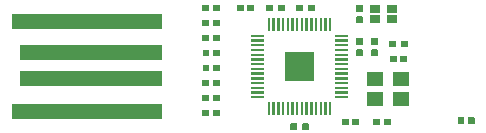
<source format=gtp>
G04 Layer: TopPasteMaskLayer*
G04 EasyEDA v6.5.46, 2025-02-01 21:24:59*
G04 3faa27f7c1044bbbb46ecef337df57e6,286660f9466f4c8aba87c6f7285b94de,10*
G04 Gerber Generator version 0.2*
G04 Scale: 100 percent, Rotated: No, Reflected: No *
G04 Dimensions in millimeters *
G04 leading zeros omitted , absolute positions ,4 integer and 5 decimal *
%FSLAX45Y45*%
%MOMM*%

%AMMACRO1*4,1,4,-6.35,-0.635,-6.35,0.635,6.35,0.635,6.35,-0.635,-6.35,-0.635,0*%
%AMMACRO2*4,1,4,-6.0325,-0.635,-6.0325,0.635,6.0325,0.635,6.0325,-0.635,-6.0325,-0.635,0*%
%AMMACRO3*21,1,$1,$2,0,0,$3*%
%ADD10MACRO1*%
%ADD11MACRO2*%
%ADD12MACRO3,0.8X0.65X0.0000*%
%ADD13MACRO3,1.2X1.4X90.0000*%
%ADD14R,1.4000X1.2000*%
%ADD15MACRO3,1.2X1.4X-90.0000*%
%ADD16C,0.0185*%

%LPD*%
G36*
X1456436Y-341274D02*
G01*
X1452422Y-345287D01*
X1452422Y-391312D01*
X1456436Y-395325D01*
X1506474Y-395325D01*
X1510487Y-391312D01*
X1510487Y-345287D01*
X1506474Y-341274D01*
G37*
G36*
X1541526Y-341274D02*
G01*
X1537512Y-345287D01*
X1537512Y-391312D01*
X1541526Y-395325D01*
X1591564Y-395325D01*
X1595577Y-391312D01*
X1595577Y-345287D01*
X1591564Y-341274D01*
G37*
G36*
X1577695Y344678D02*
G01*
X1572717Y339699D01*
X1572717Y291693D01*
X1577695Y284683D01*
X1622704Y284683D01*
X1627682Y291693D01*
X1627682Y339699D01*
X1622704Y344678D01*
G37*
G36*
X1577695Y248716D02*
G01*
X1572717Y241706D01*
X1572717Y193700D01*
X1577695Y188722D01*
X1622704Y188722D01*
X1627682Y193700D01*
X1627682Y241706D01*
X1622704Y248716D01*
G37*
G36*
X1577695Y624078D02*
G01*
X1572717Y619099D01*
X1572717Y571093D01*
X1577695Y564083D01*
X1622704Y564083D01*
X1627682Y571093D01*
X1627682Y619099D01*
X1622704Y624078D01*
G37*
G36*
X1577695Y528116D02*
G01*
X1572717Y521106D01*
X1572717Y473100D01*
X1577695Y468122D01*
X1622704Y468122D01*
X1627682Y473100D01*
X1627682Y521106D01*
X1622704Y528116D01*
G37*
G36*
X269900Y-137617D02*
G01*
X264922Y-142595D01*
X264922Y-187604D01*
X269900Y-192582D01*
X317906Y-192582D01*
X324916Y-187604D01*
X324916Y-142595D01*
X317906Y-137617D01*
G37*
G36*
X367893Y-137617D02*
G01*
X360883Y-142595D01*
X360883Y-187604D01*
X367893Y-192582D01*
X415899Y-192582D01*
X420878Y-187604D01*
X420878Y-142595D01*
X415899Y-137617D01*
G37*
G36*
X269900Y-10617D02*
G01*
X264922Y-15595D01*
X264922Y-60604D01*
X269900Y-65582D01*
X317906Y-65582D01*
X324916Y-60604D01*
X324916Y-15595D01*
X317906Y-10617D01*
G37*
G36*
X367893Y-10617D02*
G01*
X360883Y-15595D01*
X360883Y-60604D01*
X367893Y-65582D01*
X415899Y-65582D01*
X420878Y-60604D01*
X420878Y-15595D01*
X415899Y-10617D01*
G37*
G36*
X1070000Y624382D02*
G01*
X1065022Y619404D01*
X1065022Y574395D01*
X1070000Y569417D01*
X1118006Y569417D01*
X1125016Y574395D01*
X1125016Y619404D01*
X1118006Y624382D01*
G37*
G36*
X1167993Y624382D02*
G01*
X1160983Y619404D01*
X1160983Y574395D01*
X1167993Y569417D01*
X1215999Y569417D01*
X1220978Y574395D01*
X1220978Y619404D01*
X1215999Y624382D01*
G37*
G36*
X913993Y624382D02*
G01*
X906983Y619404D01*
X906983Y574395D01*
X913993Y569417D01*
X961999Y569417D01*
X966978Y574395D01*
X966978Y619404D01*
X961999Y624382D01*
G37*
G36*
X816000Y624382D02*
G01*
X811022Y619404D01*
X811022Y574395D01*
X816000Y569417D01*
X864006Y569417D01*
X871016Y574395D01*
X871016Y619404D01*
X864006Y624382D01*
G37*
G36*
X1019200Y-378917D02*
G01*
X1014221Y-383895D01*
X1014221Y-428904D01*
X1019200Y-433882D01*
X1067206Y-433882D01*
X1074216Y-428904D01*
X1074216Y-383895D01*
X1067206Y-378917D01*
G37*
G36*
X1117193Y-378917D02*
G01*
X1110183Y-383895D01*
X1110183Y-428904D01*
X1117193Y-433882D01*
X1165199Y-433882D01*
X1170178Y-428904D01*
X1170178Y-383895D01*
X1165199Y-378917D01*
G37*
G36*
X269900Y370382D02*
G01*
X264922Y365404D01*
X264922Y320395D01*
X269900Y315417D01*
X317906Y315417D01*
X324916Y320395D01*
X324916Y365404D01*
X317906Y370382D01*
G37*
G36*
X367893Y370382D02*
G01*
X360883Y365404D01*
X360883Y320395D01*
X367893Y315417D01*
X415899Y315417D01*
X420878Y320395D01*
X420878Y365404D01*
X415899Y370382D01*
G37*
G36*
X269900Y497382D02*
G01*
X264922Y492404D01*
X264922Y447395D01*
X269900Y442417D01*
X317906Y442417D01*
X324916Y447395D01*
X324916Y492404D01*
X317906Y497382D01*
G37*
G36*
X367893Y497382D02*
G01*
X360883Y492404D01*
X360883Y447395D01*
X367893Y442417D01*
X415899Y442417D01*
X420878Y447395D01*
X420878Y492404D01*
X415899Y497382D01*
G37*
G36*
X269900Y-264617D02*
G01*
X264922Y-269595D01*
X264922Y-314604D01*
X269900Y-319582D01*
X317906Y-319582D01*
X324916Y-314604D01*
X324916Y-269595D01*
X317906Y-264617D01*
G37*
G36*
X367893Y-264617D02*
G01*
X360883Y-269595D01*
X360883Y-314604D01*
X367893Y-319582D01*
X415899Y-319582D01*
X420878Y-314604D01*
X420878Y-269595D01*
X415899Y-264617D01*
G37*
G36*
X1704695Y248716D02*
G01*
X1699717Y241706D01*
X1699717Y193700D01*
X1704695Y188722D01*
X1749704Y188722D01*
X1754682Y193700D01*
X1754682Y241706D01*
X1749704Y248716D01*
G37*
G36*
X1704695Y344678D02*
G01*
X1699717Y339699D01*
X1699717Y291693D01*
X1704695Y284683D01*
X1749704Y284683D01*
X1754682Y291693D01*
X1754682Y339699D01*
X1749704Y344678D01*
G37*
G36*
X367893Y624382D02*
G01*
X360883Y619404D01*
X360883Y574395D01*
X367893Y569417D01*
X415899Y569417D01*
X420878Y574395D01*
X420878Y619404D01*
X415899Y624382D01*
G37*
G36*
X269900Y624382D02*
G01*
X264922Y619404D01*
X264922Y574395D01*
X269900Y569417D01*
X317906Y569417D01*
X324916Y574395D01*
X324916Y619404D01*
X317906Y624382D01*
G37*
G36*
X1815693Y-340817D02*
G01*
X1808683Y-345795D01*
X1808683Y-390804D01*
X1815693Y-395782D01*
X1863699Y-395782D01*
X1868678Y-390804D01*
X1868678Y-345795D01*
X1863699Y-340817D01*
G37*
G36*
X1717700Y-340817D02*
G01*
X1712722Y-345795D01*
X1712722Y-390804D01*
X1717700Y-395782D01*
X1765706Y-395782D01*
X1772716Y-390804D01*
X1772716Y-345795D01*
X1765706Y-340817D01*
G37*
G36*
X1857400Y319582D02*
G01*
X1852422Y314604D01*
X1852422Y269595D01*
X1857400Y264617D01*
X1905406Y264617D01*
X1912416Y269595D01*
X1912416Y314604D01*
X1905406Y319582D01*
G37*
G36*
X1955393Y319582D02*
G01*
X1948383Y314604D01*
X1948383Y269595D01*
X1955393Y264617D01*
X2003399Y264617D01*
X2008378Y269595D01*
X2008378Y314604D01*
X2003399Y319582D01*
G37*
G36*
X652526Y623925D02*
G01*
X648512Y619912D01*
X648512Y573887D01*
X652526Y569874D01*
X702564Y569874D01*
X706577Y573887D01*
X706577Y619912D01*
X702564Y623925D01*
G37*
G36*
X567436Y623925D02*
G01*
X563422Y619912D01*
X563422Y573887D01*
X567436Y569874D01*
X617474Y569874D01*
X621487Y573887D01*
X621487Y619912D01*
X617474Y623925D01*
G37*
G36*
X275336Y242925D02*
G01*
X271322Y238912D01*
X271322Y192887D01*
X275336Y188874D01*
X325374Y188874D01*
X329387Y192887D01*
X329387Y238912D01*
X325374Y242925D01*
G37*
G36*
X360426Y242925D02*
G01*
X356412Y238912D01*
X356412Y192887D01*
X360426Y188874D01*
X410464Y188874D01*
X414477Y192887D01*
X414477Y238912D01*
X410464Y242925D01*
G37*
G36*
X275336Y115925D02*
G01*
X271322Y111912D01*
X271322Y65887D01*
X275336Y61874D01*
X325374Y61874D01*
X329387Y65887D01*
X329387Y111912D01*
X325374Y115925D01*
G37*
G36*
X360426Y115925D02*
G01*
X356412Y111912D01*
X356412Y65887D01*
X360426Y61874D01*
X410464Y61874D01*
X414477Y65887D01*
X414477Y111912D01*
X410464Y115925D01*
G37*
G36*
X1862836Y192125D02*
G01*
X1858822Y188112D01*
X1858822Y142087D01*
X1862836Y138074D01*
X1912874Y138074D01*
X1916887Y142087D01*
X1916887Y188112D01*
X1912874Y192125D01*
G37*
G36*
X1947925Y192125D02*
G01*
X1943912Y188112D01*
X1943912Y142087D01*
X1947925Y138074D01*
X1997964Y138074D01*
X2001977Y142087D01*
X2001977Y188112D01*
X1997964Y192125D01*
G37*
G36*
X682193Y91592D02*
G01*
X682193Y71577D01*
X792226Y71577D01*
X792226Y91592D01*
G37*
G36*
X682193Y371602D02*
G01*
X682193Y351586D01*
X792226Y351586D01*
X792226Y371602D01*
G37*
G36*
X682193Y51612D02*
G01*
X682193Y31597D01*
X792226Y31597D01*
X792226Y51612D01*
G37*
G36*
X682193Y-148386D02*
G01*
X682193Y-168402D01*
X792226Y-168402D01*
X792226Y-148386D01*
G37*
G36*
X682193Y131572D02*
G01*
X682193Y111607D01*
X792226Y111607D01*
X792226Y131572D01*
G37*
G36*
X682193Y11582D02*
G01*
X682193Y-8382D01*
X792226Y-8382D01*
X792226Y11582D01*
G37*
G36*
X682193Y-108407D02*
G01*
X682193Y-128422D01*
X792226Y-128422D01*
X792226Y-108407D01*
G37*
G36*
X682193Y171602D02*
G01*
X682193Y151587D01*
X792226Y151587D01*
X792226Y171602D01*
G37*
G36*
X682193Y331571D02*
G01*
X682193Y311607D01*
X792226Y311607D01*
X792226Y331571D01*
G37*
G36*
X682193Y-68427D02*
G01*
X682193Y-88392D01*
X792226Y-88392D01*
X792226Y-68427D01*
G37*
G36*
X682193Y211582D02*
G01*
X682193Y191617D01*
X792226Y191617D01*
X792226Y211582D01*
G37*
G36*
X682193Y-28397D02*
G01*
X682193Y-48412D01*
X792226Y-48412D01*
X792226Y-28397D01*
G37*
G36*
X682193Y251612D02*
G01*
X682193Y231597D01*
X792226Y231597D01*
X792226Y251612D01*
G37*
G36*
X682193Y291592D02*
G01*
X682193Y271576D01*
X792226Y271576D01*
X792226Y291592D01*
G37*
G36*
X822198Y511606D02*
G01*
X822198Y401624D01*
X842213Y401624D01*
X842213Y511606D01*
G37*
G36*
X822198Y-198424D02*
G01*
X822198Y-308406D01*
X842213Y-308406D01*
X842213Y-198424D01*
G37*
G36*
X862177Y511606D02*
G01*
X862177Y401624D01*
X882192Y401624D01*
X882192Y511606D01*
G37*
G36*
X862177Y-198424D02*
G01*
X862177Y-308406D01*
X882192Y-308406D01*
X882192Y-198424D01*
G37*
G36*
X902208Y511606D02*
G01*
X902208Y401624D01*
X922223Y401624D01*
X922223Y511606D01*
G37*
G36*
X902208Y-198424D02*
G01*
X902208Y-308406D01*
X922223Y-308406D01*
X922223Y-198424D01*
G37*
G36*
X942187Y511606D02*
G01*
X942187Y401624D01*
X962202Y401624D01*
X962202Y511606D01*
G37*
G36*
X942187Y-198424D02*
G01*
X942187Y-308406D01*
X962202Y-308406D01*
X962202Y-198424D01*
G37*
G36*
X982167Y511606D02*
G01*
X982167Y401624D01*
X1002182Y401624D01*
X1002182Y511606D01*
G37*
G36*
X982167Y-198424D02*
G01*
X982167Y-308406D01*
X1002182Y-308406D01*
X1002182Y-198424D01*
G37*
G36*
X1022197Y511606D02*
G01*
X1022197Y401624D01*
X1042212Y401624D01*
X1042212Y511606D01*
G37*
G36*
X1022197Y-198424D02*
G01*
X1022197Y-308406D01*
X1042212Y-308406D01*
X1042212Y-198424D01*
G37*
G36*
X1062177Y511606D02*
G01*
X1062177Y401624D01*
X1082192Y401624D01*
X1082192Y511606D01*
G37*
G36*
X1062177Y-198424D02*
G01*
X1062177Y-308406D01*
X1082192Y-308406D01*
X1082192Y-198424D01*
G37*
G36*
X1102207Y511606D02*
G01*
X1102207Y401624D01*
X1122222Y401624D01*
X1122222Y511606D01*
G37*
G36*
X1102207Y-198424D02*
G01*
X1102207Y-308406D01*
X1122222Y-308406D01*
X1122222Y-198424D01*
G37*
G36*
X1142187Y511606D02*
G01*
X1142187Y401624D01*
X1162202Y401624D01*
X1162202Y511606D01*
G37*
G36*
X1142187Y-198424D02*
G01*
X1142187Y-308406D01*
X1162202Y-308406D01*
X1162202Y-198424D01*
G37*
G36*
X1182166Y511606D02*
G01*
X1182166Y401624D01*
X1202182Y401624D01*
X1202182Y511606D01*
G37*
G36*
X1182166Y-198424D02*
G01*
X1182166Y-308406D01*
X1202182Y-308406D01*
X1202182Y-198424D01*
G37*
G36*
X1222197Y511606D02*
G01*
X1222197Y401624D01*
X1242212Y401624D01*
X1242212Y511606D01*
G37*
G36*
X1222197Y-198424D02*
G01*
X1222197Y-308406D01*
X1242212Y-308406D01*
X1242212Y-198424D01*
G37*
G36*
X1262176Y511606D02*
G01*
X1262176Y401624D01*
X1282192Y401624D01*
X1282192Y511606D01*
G37*
G36*
X1262176Y-198424D02*
G01*
X1262176Y-308406D01*
X1282192Y-308406D01*
X1282192Y-198424D01*
G37*
G36*
X1302207Y511606D02*
G01*
X1302207Y401624D01*
X1322222Y401624D01*
X1322222Y511606D01*
G37*
G36*
X1302207Y-198424D02*
G01*
X1302207Y-308406D01*
X1322222Y-308406D01*
X1322222Y-198424D01*
G37*
G36*
X1342186Y511606D02*
G01*
X1342186Y401624D01*
X1362202Y401624D01*
X1362202Y511606D01*
G37*
G36*
X1342186Y-198424D02*
G01*
X1342186Y-308406D01*
X1362202Y-308406D01*
X1362202Y-198424D01*
G37*
G36*
X1392174Y371602D02*
G01*
X1392174Y351586D01*
X1502206Y351586D01*
X1502206Y371602D01*
G37*
G36*
X1392174Y131572D02*
G01*
X1392174Y111607D01*
X1502206Y111607D01*
X1502206Y131572D01*
G37*
G36*
X1392174Y-148386D02*
G01*
X1392174Y-168402D01*
X1502206Y-168402D01*
X1502206Y-148386D01*
G37*
G36*
X1392174Y91592D02*
G01*
X1392174Y71577D01*
X1502206Y71577D01*
X1502206Y91592D01*
G37*
G36*
X1392174Y331571D02*
G01*
X1392174Y311607D01*
X1502206Y311607D01*
X1502206Y331571D01*
G37*
G36*
X1392174Y51612D02*
G01*
X1392174Y31597D01*
X1502206Y31597D01*
X1502206Y51612D01*
G37*
G36*
X1392174Y291592D02*
G01*
X1392174Y271576D01*
X1502206Y271576D01*
X1502206Y291592D01*
G37*
G36*
X1392174Y11582D02*
G01*
X1392174Y-8382D01*
X1502206Y-8382D01*
X1502206Y11582D01*
G37*
G36*
X1392174Y171602D02*
G01*
X1392174Y151587D01*
X1502206Y151587D01*
X1502206Y171602D01*
G37*
G36*
X1392174Y251612D02*
G01*
X1392174Y231597D01*
X1502206Y231597D01*
X1502206Y251612D01*
G37*
G36*
X1392174Y-108407D02*
G01*
X1392174Y-128422D01*
X1502206Y-128422D01*
X1502206Y-108407D01*
G37*
G36*
X1392174Y-28397D02*
G01*
X1392174Y-48412D01*
X1502206Y-48412D01*
X1502206Y-28397D01*
G37*
G36*
X1392174Y211582D02*
G01*
X1392174Y191617D01*
X1502206Y191617D01*
X1502206Y211582D01*
G37*
G36*
X1392174Y-68427D02*
G01*
X1392174Y-88392D01*
X1502206Y-88392D01*
X1502206Y-68427D01*
G37*
G36*
X968197Y225602D02*
G01*
X968197Y-22402D01*
X1216202Y-22402D01*
X1216202Y225602D01*
G37*
G36*
X2519426Y-328574D02*
G01*
X2515412Y-332587D01*
X2515412Y-378612D01*
X2519426Y-382625D01*
X2569464Y-382625D01*
X2573477Y-378612D01*
X2573477Y-332587D01*
X2569464Y-328574D01*
G37*
G36*
X2434336Y-328574D02*
G01*
X2430322Y-332587D01*
X2430322Y-378612D01*
X2434336Y-382625D01*
X2484374Y-382625D01*
X2488387Y-378612D01*
X2488387Y-332587D01*
X2484374Y-328574D01*
G37*
D10*
G01*
X-711200Y482600D03*
D11*
G01*
X-673100Y215900D03*
G01*
X-673100Y0D03*
D10*
G01*
X-711200Y-279400D03*
D12*
G01*
X1728398Y591107D03*
G01*
X1728398Y501092D03*
G01*
X1878401Y501092D03*
G01*
X1878401Y591107D03*
D13*
G01*
X1731500Y-173888D03*
G01*
X1951499Y-173888D03*
D14*
G01*
X1951507Y-3886D03*
D15*
G01*
X1731500Y-3886D03*
M02*

</source>
